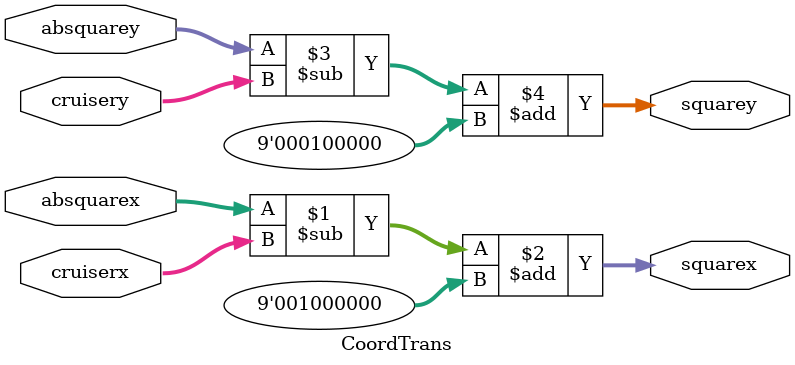
<source format=v>
module CoordTrans(cruiserx,cruisery,absquarex,absquarey,squarex,squarey);
	input [6:0] cruiserx, cruisery, absquarex, absquarey;
	output [8:0] squarex, squarey;
	assign squarex = absquarex-cruiserx+9'd64;
	assign squarey = absquarey-cruisery+9'd32;
endmodule
</source>
